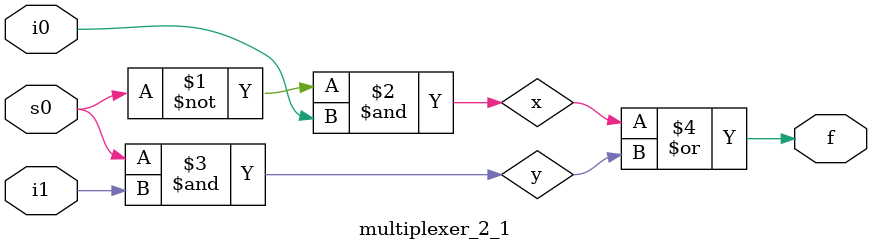
<source format=v>

module multiplexer_2_1(i0,i1,s0,f);

// ---------- Port Declaration ---------- \\
  
  input i0,i1; // input
  input s0; // input
  output f; // output

// ---------- Internal Wires ---------- \\
  
  wire x,y; 

// ---------- Implementation ---------- \\
 
  and and_1(x,~s0,i0); //1st AND gate output
  and and_2(y,s0,i1); //2nd AND gate ouput
  or or_0(f,x,y); //both AND gate output is given to OR gate for final output

endmodule

</source>
